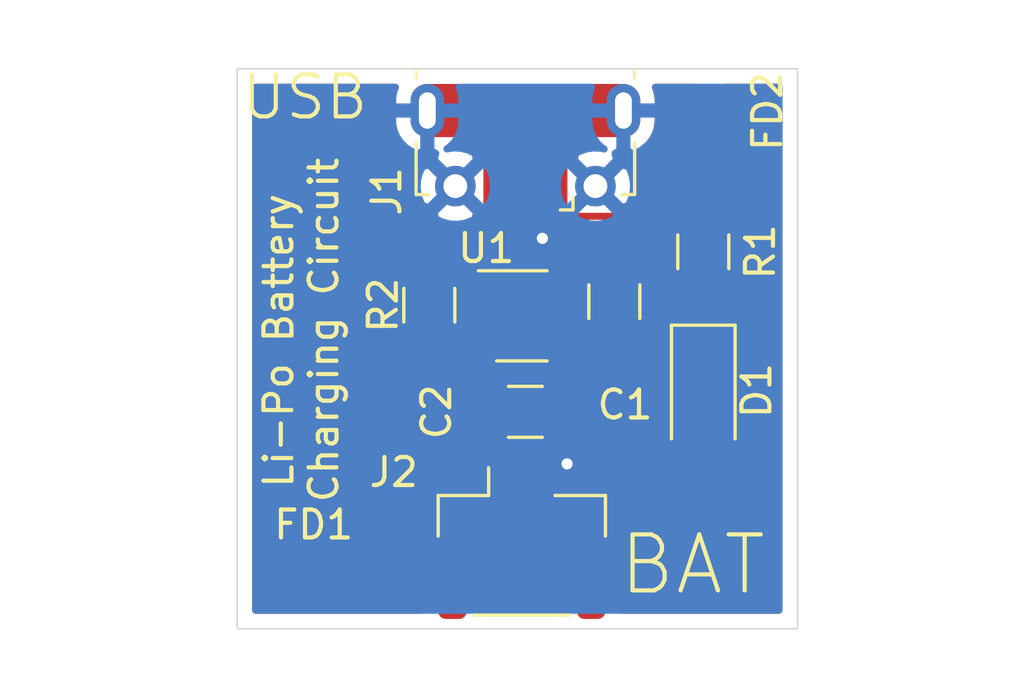
<source format=kicad_pcb>
(kicad_pcb (version 20171130) (host pcbnew "(5.1.5)-3")

  (general
    (thickness 1.6)
    (drawings 7)
    (tracks 66)
    (zones 0)
    (modules 10)
    (nets 10)
  )

  (page A4)
  (layers
    (0 F.Cu signal)
    (31 B.Cu signal)
    (32 B.Adhes user)
    (33 F.Adhes user)
    (34 B.Paste user)
    (35 F.Paste user)
    (36 B.SilkS user)
    (37 F.SilkS user)
    (38 B.Mask user)
    (39 F.Mask user)
    (40 Dwgs.User user)
    (41 Cmts.User user)
    (42 Eco1.User user)
    (43 Eco2.User user)
    (44 Edge.Cuts user)
    (45 Margin user)
    (46 B.CrtYd user)
    (47 F.CrtYd user)
    (48 B.Fab user)
    (49 F.Fab user)
  )

  (setup
    (last_trace_width 0.25)
    (trace_clearance 0.2)
    (zone_clearance 0.508)
    (zone_45_only no)
    (trace_min 0.2)
    (via_size 0.8)
    (via_drill 0.4)
    (via_min_size 0.4)
    (via_min_drill 0.3)
    (uvia_size 0.3)
    (uvia_drill 0.1)
    (uvias_allowed no)
    (uvia_min_size 0.2)
    (uvia_min_drill 0.1)
    (edge_width 0.05)
    (segment_width 0.2)
    (pcb_text_width 0.3)
    (pcb_text_size 1.5 1.5)
    (mod_edge_width 0.12)
    (mod_text_size 1 1)
    (mod_text_width 0.15)
    (pad_size 1.524 1.524)
    (pad_drill 0.762)
    (pad_to_mask_clearance 0.051)
    (solder_mask_min_width 0.25)
    (aux_axis_origin 81.407 79.248)
    (grid_origin 65.151 97.917)
    (visible_elements 7FFFFFFF)
    (pcbplotparams
      (layerselection 0x010fc_ffffffff)
      (usegerberextensions false)
      (usegerberattributes false)
      (usegerberadvancedattributes false)
      (creategerberjobfile false)
      (excludeedgelayer true)
      (linewidth 0.100000)
      (plotframeref false)
      (viasonmask false)
      (mode 1)
      (useauxorigin false)
      (hpglpennumber 1)
      (hpglpenspeed 20)
      (hpglpendiameter 15.000000)
      (psnegative false)
      (psa4output false)
      (plotreference true)
      (plotvalue true)
      (plotinvisibletext false)
      (padsonsilk false)
      (subtractmaskfromsilk false)
      (outputformat 1)
      (mirror false)
      (drillshape 0)
      (scaleselection 1)
      (outputdirectory ""))
  )

  (net 0 "")
  (net 1 GND)
  (net 2 VBUS)
  (net 3 V_BATT)
  (net 4 "Net-(D1-Pad1)")
  (net 5 "Net-(J1-Pad3)")
  (net 6 "Net-(J1-Pad4)")
  (net 7 "Net-(J1-Pad2)")
  (net 8 "Net-(R2-Pad1)")
  (net 9 /STAT)

  (net_class Default "This is the default net class."
    (clearance 0.2)
    (trace_width 0.25)
    (via_dia 0.8)
    (via_drill 0.4)
    (uvia_dia 0.3)
    (uvia_drill 0.1)
    (add_net /STAT)
    (add_net GND)
    (add_net "Net-(D1-Pad1)")
    (add_net "Net-(J1-Pad2)")
    (add_net "Net-(J1-Pad3)")
    (add_net "Net-(J1-Pad4)")
    (add_net "Net-(R2-Pad1)")
    (add_net VBUS)
    (add_net V_BATT)
  )

  (module Fiducial:Fiducial_0.75mm_Mask1.5mm (layer F.Cu) (tedit 5C18CB26) (tstamp 5F8CB339)
    (at 67.8815 96.2025)
    (descr "Circular Fiducial, 0.75mm bare copper, 1.5mm soldermask opening (Level B)")
    (tags fiducial)
    (attr smd)
    (fp_text reference FD1 (at 0 -2) (layer F.SilkS)
      (effects (font (size 1 1) (thickness 0.15)))
    )
    (fp_text value Fiducial_0.75mm_Mask1.5mm (at 0 2) (layer F.Fab)
      (effects (font (size 1 1) (thickness 0.15)))
    )
    (fp_circle (center 0 0) (end 0.75 0) (layer F.Fab) (width 0.1))
    (fp_text user %R (at 0 0) (layer F.Fab)
      (effects (font (size 0.3 0.3) (thickness 0.05)))
    )
    (fp_circle (center 0 0) (end 1 0) (layer F.CrtYd) (width 0.05))
    (pad "" smd circle (at 0 0) (size 0.75 0.75) (layers F.Cu F.Mask)
      (solder_mask_margin 0.375) (clearance 0.375))
  )

  (module Fiducial:Fiducial_0.75mm_Mask1.5mm (layer F.Cu) (tedit 5C18CB26) (tstamp 5F8CB325)
    (at 82.042 79.4385)
    (descr "Circular Fiducial, 0.75mm bare copper, 1.5mm soldermask opening (Level B)")
    (tags fiducial)
    (attr smd)
    (fp_text reference FD2 (at 2.032 0 90) (layer F.SilkS)
      (effects (font (size 1 1) (thickness 0.15)))
    )
    (fp_text value Fiducial_0.75mm_Mask1.5mm (at 0 2) (layer F.Fab)
      (effects (font (size 1 1) (thickness 0.15)))
    )
    (fp_circle (center 0 0) (end 1 0) (layer F.CrtYd) (width 0.05))
    (fp_text user %R (at 0 0) (layer F.Fab)
      (effects (font (size 0.3 0.3) (thickness 0.05)))
    )
    (fp_circle (center 0 0) (end 0.75 0) (layer F.Fab) (width 0.1))
    (pad "" smd circle (at 0 0) (size 0.75 0.75) (layers F.Cu F.Mask)
      (solder_mask_margin 0.375) (clearance 0.375))
  )

  (module Connector_USB:USB_Micro-B_Molex-105017-0001 (layer F.Cu) (tedit 5A1DC0BE) (tstamp 5F4B9AC4)
    (at 75.438 80.645 180)
    (descr http://www.molex.com/pdm_docs/sd/1050170001_sd.pdf)
    (tags "Micro-USB SMD Typ-B")
    (path /5F4BA14B)
    (attr smd)
    (fp_text reference J1 (at 4.953 -1.651 90) (layer F.SilkS)
      (effects (font (size 1 1) (thickness 0.15)))
    )
    (fp_text value USB_B_Micro (at 0.3 4.3375) (layer F.Fab)
      (effects (font (size 1 1) (thickness 0.15)))
    )
    (fp_line (start -1.1 -2.1225) (end -1.1 -1.9125) (layer F.Fab) (width 0.1))
    (fp_line (start -1.5 -2.1225) (end -1.5 -1.9125) (layer F.Fab) (width 0.1))
    (fp_line (start -1.5 -2.1225) (end -1.1 -2.1225) (layer F.Fab) (width 0.1))
    (fp_line (start -1.1 -1.9125) (end -1.3 -1.7125) (layer F.Fab) (width 0.1))
    (fp_line (start -1.3 -1.7125) (end -1.5 -1.9125) (layer F.Fab) (width 0.1))
    (fp_line (start -1.7 -2.3125) (end -1.7 -1.8625) (layer F.SilkS) (width 0.12))
    (fp_line (start -1.7 -2.3125) (end -1.25 -2.3125) (layer F.SilkS) (width 0.12))
    (fp_line (start 3.9 -1.7625) (end 3.45 -1.7625) (layer F.SilkS) (width 0.12))
    (fp_line (start 3.9 0.0875) (end 3.9 -1.7625) (layer F.SilkS) (width 0.12))
    (fp_line (start -3.9 2.6375) (end -3.9 2.3875) (layer F.SilkS) (width 0.12))
    (fp_line (start -3.75 3.3875) (end -3.75 -1.6125) (layer F.Fab) (width 0.1))
    (fp_line (start -3.75 -1.6125) (end 3.75 -1.6125) (layer F.Fab) (width 0.1))
    (fp_line (start -3.75 3.389204) (end 3.75 3.389204) (layer F.Fab) (width 0.1))
    (fp_line (start -3 2.689204) (end 3 2.689204) (layer F.Fab) (width 0.1))
    (fp_line (start 3.75 3.3875) (end 3.75 -1.6125) (layer F.Fab) (width 0.1))
    (fp_line (start 3.9 2.6375) (end 3.9 2.3875) (layer F.SilkS) (width 0.12))
    (fp_line (start -3.9 0.0875) (end -3.9 -1.7625) (layer F.SilkS) (width 0.12))
    (fp_line (start -3.9 -1.7625) (end -3.45 -1.7625) (layer F.SilkS) (width 0.12))
    (fp_line (start -4.4 3.64) (end -4.4 -2.46) (layer F.CrtYd) (width 0.05))
    (fp_line (start -4.4 -2.46) (end 4.4 -2.46) (layer F.CrtYd) (width 0.05))
    (fp_line (start 4.4 -2.46) (end 4.4 3.64) (layer F.CrtYd) (width 0.05))
    (fp_line (start -4.4 3.64) (end 4.4 3.64) (layer F.CrtYd) (width 0.05))
    (fp_text user %R (at 0 0.8875) (layer F.Fab)
      (effects (font (size 1 1) (thickness 0.15)))
    )
    (fp_text user "PCB Edge" (at 0 2.6875) (layer Dwgs.User)
      (effects (font (size 0.5 0.5) (thickness 0.08)))
    )
    (pad 6 smd rect (at -2.9 1.2375 180) (size 1.2 1.9) (layers F.Cu F.Mask)
      (net 1 GND))
    (pad 6 smd rect (at 2.9 1.2375 180) (size 1.2 1.9) (layers F.Cu F.Mask)
      (net 1 GND))
    (pad 6 thru_hole oval (at 3.5 1.2375 180) (size 1.2 1.9) (drill oval 0.6 1.3) (layers *.Cu *.Mask)
      (net 1 GND))
    (pad 6 thru_hole oval (at -3.5 1.2375) (size 1.2 1.9) (drill oval 0.6 1.3) (layers *.Cu *.Mask)
      (net 1 GND))
    (pad 6 smd rect (at -1 1.2375 180) (size 1.5 1.9) (layers F.Cu F.Paste F.Mask)
      (net 1 GND))
    (pad 6 thru_hole circle (at 2.5 -1.4625 180) (size 1.45 1.45) (drill 0.85) (layers *.Cu *.Mask)
      (net 1 GND))
    (pad 3 smd rect (at 0 -1.4625 180) (size 0.4 1.35) (layers F.Cu F.Paste F.Mask)
      (net 5 "Net-(J1-Pad3)"))
    (pad 4 smd rect (at 0.65 -1.4625 180) (size 0.4 1.35) (layers F.Cu F.Paste F.Mask)
      (net 6 "Net-(J1-Pad4)"))
    (pad 5 smd rect (at 1.3 -1.4625 180) (size 0.4 1.35) (layers F.Cu F.Paste F.Mask)
      (net 1 GND))
    (pad 1 smd rect (at -1.3 -1.4625 180) (size 0.4 1.35) (layers F.Cu F.Paste F.Mask)
      (net 2 VBUS))
    (pad 2 smd rect (at -0.65 -1.4625 180) (size 0.4 1.35) (layers F.Cu F.Paste F.Mask)
      (net 7 "Net-(J1-Pad2)"))
    (pad 6 thru_hole circle (at -2.5 -1.4625 180) (size 1.45 1.45) (drill 0.85) (layers *.Cu *.Mask)
      (net 1 GND))
    (pad 6 smd rect (at 1 1.2375 180) (size 1.5 1.9) (layers F.Cu F.Paste F.Mask)
      (net 1 GND))
    (model ${KISYS3DMOD}/Connector_USB.3dshapes/USB_Micro-B_Molex-105017-0001.wrl
      (at (xyz 0 0 0))
      (scale (xyz 1 1 1))
      (rotate (xyz 0 0 0))
    )
    (model "D:/KiCad/Step Files/USB/1050170001.stp"
      (offset (xyz 0 -1 1.5))
      (scale (xyz 1 1 1))
      (rotate (xyz -90 0 0))
    )
  )

  (module Package_TO_SOT_SMD:SOT-23-5 (layer F.Cu) (tedit 5A02FF57) (tstamp 5F4B9B14)
    (at 75.311 86.741)
    (descr "5-pin SOT23 package")
    (tags SOT-23-5)
    (path /5F4B81DE)
    (attr smd)
    (fp_text reference U1 (at -1.27 -2.413) (layer F.SilkS)
      (effects (font (size 1 1) (thickness 0.15)))
    )
    (fp_text value MCP73831-2-OT (at 0 2.9) (layer F.Fab)
      (effects (font (size 1 1) (thickness 0.15)))
    )
    (fp_line (start 0.9 -1.55) (end 0.9 1.55) (layer F.Fab) (width 0.1))
    (fp_line (start 0.9 1.55) (end -0.9 1.55) (layer F.Fab) (width 0.1))
    (fp_line (start -0.9 -0.9) (end -0.9 1.55) (layer F.Fab) (width 0.1))
    (fp_line (start 0.9 -1.55) (end -0.25 -1.55) (layer F.Fab) (width 0.1))
    (fp_line (start -0.9 -0.9) (end -0.25 -1.55) (layer F.Fab) (width 0.1))
    (fp_line (start -1.9 1.8) (end -1.9 -1.8) (layer F.CrtYd) (width 0.05))
    (fp_line (start 1.9 1.8) (end -1.9 1.8) (layer F.CrtYd) (width 0.05))
    (fp_line (start 1.9 -1.8) (end 1.9 1.8) (layer F.CrtYd) (width 0.05))
    (fp_line (start -1.9 -1.8) (end 1.9 -1.8) (layer F.CrtYd) (width 0.05))
    (fp_line (start 0.9 -1.61) (end -1.55 -1.61) (layer F.SilkS) (width 0.12))
    (fp_line (start -0.9 1.61) (end 0.9 1.61) (layer F.SilkS) (width 0.12))
    (fp_text user %R (at 0 0 90) (layer F.Fab)
      (effects (font (size 0.5 0.5) (thickness 0.075)))
    )
    (pad 5 smd rect (at 1.1 -0.95) (size 1.06 0.65) (layers F.Cu F.Paste F.Mask)
      (net 8 "Net-(R2-Pad1)"))
    (pad 4 smd rect (at 1.1 0.95) (size 1.06 0.65) (layers F.Cu F.Paste F.Mask)
      (net 2 VBUS))
    (pad 3 smd rect (at -1.1 0.95) (size 1.06 0.65) (layers F.Cu F.Paste F.Mask)
      (net 3 V_BATT))
    (pad 2 smd rect (at -1.1 0) (size 1.06 0.65) (layers F.Cu F.Paste F.Mask)
      (net 1 GND))
    (pad 1 smd rect (at -1.1 -0.95) (size 1.06 0.65) (layers F.Cu F.Paste F.Mask)
      (net 9 /STAT))
    (model ${KISYS3DMOD}/Package_TO_SOT_SMD.3dshapes/SOT-23-5.wrl
      (at (xyz 0 0 0))
      (scale (xyz 1 1 1))
      (rotate (xyz 0 0 0))
    )
  )

  (module Resistor_SMD:R_1206_3216Metric_Pad1.42x1.75mm_HandSolder (layer F.Cu) (tedit 5B301BBD) (tstamp 5F4B9AFF)
    (at 72.009 86.36 270)
    (descr "Resistor SMD 1206 (3216 Metric), square (rectangular) end terminal, IPC_7351 nominal with elongated pad for handsoldering. (Body size source: http://www.tortai-tech.com/upload/download/2011102023233369053.pdf), generated with kicad-footprint-generator")
    (tags "resistor handsolder")
    (path /5F4CC183)
    (attr smd)
    (fp_text reference R2 (at 0 1.651 90) (layer F.SilkS)
      (effects (font (size 1 1) (thickness 0.15)))
    )
    (fp_text value 2k (at 0 1.82 90) (layer F.Fab)
      (effects (font (size 1 1) (thickness 0.15)))
    )
    (fp_text user %R (at 0 0 90) (layer F.Fab)
      (effects (font (size 0.8 0.8) (thickness 0.12)))
    )
    (fp_line (start 2.45 1.12) (end -2.45 1.12) (layer F.CrtYd) (width 0.05))
    (fp_line (start 2.45 -1.12) (end 2.45 1.12) (layer F.CrtYd) (width 0.05))
    (fp_line (start -2.45 -1.12) (end 2.45 -1.12) (layer F.CrtYd) (width 0.05))
    (fp_line (start -2.45 1.12) (end -2.45 -1.12) (layer F.CrtYd) (width 0.05))
    (fp_line (start -0.602064 0.91) (end 0.602064 0.91) (layer F.SilkS) (width 0.12))
    (fp_line (start -0.602064 -0.91) (end 0.602064 -0.91) (layer F.SilkS) (width 0.12))
    (fp_line (start 1.6 0.8) (end -1.6 0.8) (layer F.Fab) (width 0.1))
    (fp_line (start 1.6 -0.8) (end 1.6 0.8) (layer F.Fab) (width 0.1))
    (fp_line (start -1.6 -0.8) (end 1.6 -0.8) (layer F.Fab) (width 0.1))
    (fp_line (start -1.6 0.8) (end -1.6 -0.8) (layer F.Fab) (width 0.1))
    (pad 2 smd roundrect (at 1.4875 0 270) (size 1.425 1.75) (layers F.Cu F.Paste F.Mask) (roundrect_rratio 0.175439)
      (net 1 GND))
    (pad 1 smd roundrect (at -1.4875 0 270) (size 1.425 1.75) (layers F.Cu F.Paste F.Mask) (roundrect_rratio 0.175439)
      (net 8 "Net-(R2-Pad1)"))
    (model ${KISYS3DMOD}/Resistor_SMD.3dshapes/R_1206_3216Metric.wrl
      (at (xyz 0 0 0))
      (scale (xyz 1 1 1))
      (rotate (xyz 0 0 0))
    )
  )

  (module Resistor_SMD:R_1206_3216Metric_Pad1.42x1.75mm_HandSolder (layer F.Cu) (tedit 5B301BBD) (tstamp 5F4B9AEE)
    (at 81.788 84.455 90)
    (descr "Resistor SMD 1206 (3216 Metric), square (rectangular) end terminal, IPC_7351 nominal with elongated pad for handsoldering. (Body size source: http://www.tortai-tech.com/upload/download/2011102023233369053.pdf), generated with kicad-footprint-generator")
    (tags "resistor handsolder")
    (path /5F4C5DA8)
    (attr smd)
    (fp_text reference R1 (at 0 2.032 90) (layer F.SilkS)
      (effects (font (size 1 1) (thickness 0.15)))
    )
    (fp_text value 470R (at 0 1.82 90) (layer F.Fab)
      (effects (font (size 1 1) (thickness 0.15)))
    )
    (fp_text user %R (at 0 0 90) (layer F.Fab)
      (effects (font (size 0.8 0.8) (thickness 0.12)))
    )
    (fp_line (start 2.45 1.12) (end -2.45 1.12) (layer F.CrtYd) (width 0.05))
    (fp_line (start 2.45 -1.12) (end 2.45 1.12) (layer F.CrtYd) (width 0.05))
    (fp_line (start -2.45 -1.12) (end 2.45 -1.12) (layer F.CrtYd) (width 0.05))
    (fp_line (start -2.45 1.12) (end -2.45 -1.12) (layer F.CrtYd) (width 0.05))
    (fp_line (start -0.602064 0.91) (end 0.602064 0.91) (layer F.SilkS) (width 0.12))
    (fp_line (start -0.602064 -0.91) (end 0.602064 -0.91) (layer F.SilkS) (width 0.12))
    (fp_line (start 1.6 0.8) (end -1.6 0.8) (layer F.Fab) (width 0.1))
    (fp_line (start 1.6 -0.8) (end 1.6 0.8) (layer F.Fab) (width 0.1))
    (fp_line (start -1.6 -0.8) (end 1.6 -0.8) (layer F.Fab) (width 0.1))
    (fp_line (start -1.6 0.8) (end -1.6 -0.8) (layer F.Fab) (width 0.1))
    (pad 2 smd roundrect (at 1.4875 0 90) (size 1.425 1.75) (layers F.Cu F.Paste F.Mask) (roundrect_rratio 0.175439)
      (net 9 /STAT))
    (pad 1 smd roundrect (at -1.4875 0 90) (size 1.425 1.75) (layers F.Cu F.Paste F.Mask) (roundrect_rratio 0.175439)
      (net 4 "Net-(D1-Pad1)"))
    (model ${KISYS3DMOD}/Resistor_SMD.3dshapes/R_1206_3216Metric.wrl
      (at (xyz 0 0 0))
      (scale (xyz 1 1 1))
      (rotate (xyz 0 0 0))
    )
  )

  (module Connector_JST:JST_GH_SM02B-GHS-TB_1x02-1MP_P1.25mm_Horizontal (layer F.Cu) (tedit 5B78AD87) (tstamp 5F4B9ADD)
    (at 75.311 94.869)
    (descr "JST GH series connector, SM02B-GHS-TB (http://www.jst-mfg.com/product/pdf/eng/eGH.pdf), generated with kicad-footprint-generator")
    (tags "connector JST GH top entry")
    (path /5F4BC18D)
    (attr smd)
    (fp_text reference J2 (at -4.572 -2.54) (layer F.SilkS)
      (effects (font (size 1 1) (thickness 0.15)))
    )
    (fp_text value Conn_01x02 (at 0 3.9) (layer F.Fab)
      (effects (font (size 1 1) (thickness 0.15)))
    )
    (fp_text user %R (at 0 0) (layer F.Fab)
      (effects (font (size 1 1) (thickness 0.15)))
    )
    (fp_line (start -0.625 -0.892893) (end -0.125 -1.6) (layer F.Fab) (width 0.1))
    (fp_line (start -1.125 -1.6) (end -0.625 -0.892893) (layer F.Fab) (width 0.1))
    (fp_line (start 3.48 -3.2) (end -3.48 -3.2) (layer F.CrtYd) (width 0.05))
    (fp_line (start 3.48 3.2) (end 3.48 -3.2) (layer F.CrtYd) (width 0.05))
    (fp_line (start -3.48 3.2) (end 3.48 3.2) (layer F.CrtYd) (width 0.05))
    (fp_line (start -3.48 -3.2) (end -3.48 3.2) (layer F.CrtYd) (width 0.05))
    (fp_line (start 2.875 -1.6) (end 2.875 2.45) (layer F.Fab) (width 0.1))
    (fp_line (start -2.875 -1.6) (end -2.875 2.45) (layer F.Fab) (width 0.1))
    (fp_line (start -2.875 2.45) (end 2.875 2.45) (layer F.Fab) (width 0.1))
    (fp_line (start -1.715 2.56) (end 1.715 2.56) (layer F.SilkS) (width 0.12))
    (fp_line (start 2.985 -1.71) (end 1.185 -1.71) (layer F.SilkS) (width 0.12))
    (fp_line (start 2.985 -0.26) (end 2.985 -1.71) (layer F.SilkS) (width 0.12))
    (fp_line (start -1.185 -1.71) (end -1.185 -2.7) (layer F.SilkS) (width 0.12))
    (fp_line (start -2.985 -1.71) (end -1.185 -1.71) (layer F.SilkS) (width 0.12))
    (fp_line (start -2.985 -0.26) (end -2.985 -1.71) (layer F.SilkS) (width 0.12))
    (fp_line (start -2.875 -1.6) (end 2.875 -1.6) (layer F.Fab) (width 0.1))
    (pad MP smd roundrect (at 2.475 1.35) (size 1 2.7) (layers F.Cu F.Paste F.Mask) (roundrect_rratio 0.25))
    (pad MP smd roundrect (at -2.475 1.35) (size 1 2.7) (layers F.Cu F.Paste F.Mask) (roundrect_rratio 0.25))
    (pad 2 smd roundrect (at 0.625 -1.85) (size 0.6 1.7) (layers F.Cu F.Paste F.Mask) (roundrect_rratio 0.25)
      (net 1 GND))
    (pad 1 smd roundrect (at -0.625 -1.85) (size 0.6 1.7) (layers F.Cu F.Paste F.Mask) (roundrect_rratio 0.25)
      (net 3 V_BATT))
    (model ${KISYS3DMOD}/Connector_JST.3dshapes/JST_GH_SM02B-GHS-TB_1x02-1MP_P1.25mm_Horizontal.wrl
      (at (xyz 0 0 0))
      (scale (xyz 1 1 1))
      (rotate (xyz 0 0 0))
    )
  )

  (module LED_SMD:LED_1206_3216Metric_Pad1.42x1.75mm_HandSolder (layer F.Cu) (tedit 5B4B45C9) (tstamp 5F4B9A9B)
    (at 81.788 89.535 270)
    (descr "LED SMD 1206 (3216 Metric), square (rectangular) end terminal, IPC_7351 nominal, (Body size source: http://www.tortai-tech.com/upload/download/2011102023233369053.pdf), generated with kicad-footprint-generator")
    (tags "LED handsolder")
    (path /5F4C406E)
    (attr smd)
    (fp_text reference D1 (at -0.127 -1.905 90) (layer F.SilkS)
      (effects (font (size 1 1) (thickness 0.15)))
    )
    (fp_text value LED (at 0 1.82 90) (layer F.Fab)
      (effects (font (size 1 1) (thickness 0.15)))
    )
    (fp_text user %R (at 0 0 90) (layer F.Fab)
      (effects (font (size 0.8 0.8) (thickness 0.12)))
    )
    (fp_line (start 2.45 1.12) (end -2.45 1.12) (layer F.CrtYd) (width 0.05))
    (fp_line (start 2.45 -1.12) (end 2.45 1.12) (layer F.CrtYd) (width 0.05))
    (fp_line (start -2.45 -1.12) (end 2.45 -1.12) (layer F.CrtYd) (width 0.05))
    (fp_line (start -2.45 1.12) (end -2.45 -1.12) (layer F.CrtYd) (width 0.05))
    (fp_line (start -2.46 1.135) (end 1.6 1.135) (layer F.SilkS) (width 0.12))
    (fp_line (start -2.46 -1.135) (end -2.46 1.135) (layer F.SilkS) (width 0.12))
    (fp_line (start 1.6 -1.135) (end -2.46 -1.135) (layer F.SilkS) (width 0.12))
    (fp_line (start 1.6 0.8) (end 1.6 -0.8) (layer F.Fab) (width 0.1))
    (fp_line (start -1.6 0.8) (end 1.6 0.8) (layer F.Fab) (width 0.1))
    (fp_line (start -1.6 -0.4) (end -1.6 0.8) (layer F.Fab) (width 0.1))
    (fp_line (start -1.2 -0.8) (end -1.6 -0.4) (layer F.Fab) (width 0.1))
    (fp_line (start 1.6 -0.8) (end -1.2 -0.8) (layer F.Fab) (width 0.1))
    (pad 2 smd roundrect (at 1.4875 0 270) (size 1.425 1.75) (layers F.Cu F.Paste F.Mask) (roundrect_rratio 0.175439)
      (net 2 VBUS))
    (pad 1 smd roundrect (at -1.4875 0 270) (size 1.425 1.75) (layers F.Cu F.Paste F.Mask) (roundrect_rratio 0.175439)
      (net 4 "Net-(D1-Pad1)"))
    (model ${KISYS3DMOD}/LED_SMD.3dshapes/LED_1206_3216Metric.wrl
      (at (xyz 0 0 0))
      (scale (xyz 1 1 1))
      (rotate (xyz 0 0 0))
    )
  )

  (module Capacitor_SMD:C_1206_3216Metric_Pad1.42x1.75mm_HandSolder (layer F.Cu) (tedit 5B301BBE) (tstamp 5F4B9A88)
    (at 75.438 90.17)
    (descr "Capacitor SMD 1206 (3216 Metric), square (rectangular) end terminal, IPC_7351 nominal with elongated pad for handsoldering. (Body size source: http://www.tortai-tech.com/upload/download/2011102023233369053.pdf), generated with kicad-footprint-generator")
    (tags "capacitor handsolder")
    (path /5F4D58CF)
    (attr smd)
    (fp_text reference C2 (at -3.175 0 270) (layer F.SilkS)
      (effects (font (size 1 1) (thickness 0.15)))
    )
    (fp_text value 4.7uF (at 0 1.82) (layer F.Fab)
      (effects (font (size 1 1) (thickness 0.15)))
    )
    (fp_text user %R (at 0 0.127) (layer F.Fab)
      (effects (font (size 0.8 0.8) (thickness 0.12)))
    )
    (fp_line (start 2.45 1.12) (end -2.45 1.12) (layer F.CrtYd) (width 0.05))
    (fp_line (start 2.45 -1.12) (end 2.45 1.12) (layer F.CrtYd) (width 0.05))
    (fp_line (start -2.45 -1.12) (end 2.45 -1.12) (layer F.CrtYd) (width 0.05))
    (fp_line (start -2.45 1.12) (end -2.45 -1.12) (layer F.CrtYd) (width 0.05))
    (fp_line (start -0.602064 0.91) (end 0.602064 0.91) (layer F.SilkS) (width 0.12))
    (fp_line (start -0.602064 -0.91) (end 0.602064 -0.91) (layer F.SilkS) (width 0.12))
    (fp_line (start 1.6 0.8) (end -1.6 0.8) (layer F.Fab) (width 0.1))
    (fp_line (start 1.6 -0.8) (end 1.6 0.8) (layer F.Fab) (width 0.1))
    (fp_line (start -1.6 -0.8) (end 1.6 -0.8) (layer F.Fab) (width 0.1))
    (fp_line (start -1.6 0.8) (end -1.6 -0.8) (layer F.Fab) (width 0.1))
    (pad 2 smd roundrect (at 1.4875 0) (size 1.425 1.75) (layers F.Cu F.Paste F.Mask) (roundrect_rratio 0.175439)
      (net 1 GND))
    (pad 1 smd roundrect (at -1.4875 0) (size 1.425 1.75) (layers F.Cu F.Paste F.Mask) (roundrect_rratio 0.175439)
      (net 3 V_BATT))
    (model ${KISYS3DMOD}/Capacitor_SMD.3dshapes/C_1206_3216Metric.wrl
      (at (xyz 0 0 0))
      (scale (xyz 1 1 1))
      (rotate (xyz 0 0 0))
    )
  )

  (module Capacitor_SMD:C_1206_3216Metric_Pad1.42x1.75mm_HandSolder (layer F.Cu) (tedit 5B301BBE) (tstamp 5F4B9A77)
    (at 78.613 86.233 90)
    (descr "Capacitor SMD 1206 (3216 Metric), square (rectangular) end terminal, IPC_7351 nominal with elongated pad for handsoldering. (Body size source: http://www.tortai-tech.com/upload/download/2011102023233369053.pdf), generated with kicad-footprint-generator")
    (tags "capacitor handsolder")
    (path /5F4CE5CB)
    (attr smd)
    (fp_text reference C1 (at -3.683 0.381 180) (layer F.SilkS)
      (effects (font (size 1 1) (thickness 0.15)))
    )
    (fp_text value 4.7uF (at 0 1.82 90) (layer F.Fab)
      (effects (font (size 1 1) (thickness 0.15)))
    )
    (fp_text user %R (at 0.127 0.254 90) (layer F.Fab)
      (effects (font (size 0.8 0.8) (thickness 0.12)))
    )
    (fp_line (start 2.45 1.12) (end -2.45 1.12) (layer F.CrtYd) (width 0.05))
    (fp_line (start 2.45 -1.12) (end 2.45 1.12) (layer F.CrtYd) (width 0.05))
    (fp_line (start -2.45 -1.12) (end 2.45 -1.12) (layer F.CrtYd) (width 0.05))
    (fp_line (start -2.45 1.12) (end -2.45 -1.12) (layer F.CrtYd) (width 0.05))
    (fp_line (start -0.602064 0.91) (end 0.602064 0.91) (layer F.SilkS) (width 0.12))
    (fp_line (start -0.602064 -0.91) (end 0.602064 -0.91) (layer F.SilkS) (width 0.12))
    (fp_line (start 1.6 0.8) (end -1.6 0.8) (layer F.Fab) (width 0.1))
    (fp_line (start 1.6 -0.8) (end 1.6 0.8) (layer F.Fab) (width 0.1))
    (fp_line (start -1.6 -0.8) (end 1.6 -0.8) (layer F.Fab) (width 0.1))
    (fp_line (start -1.6 0.8) (end -1.6 -0.8) (layer F.Fab) (width 0.1))
    (pad 2 smd roundrect (at 1.4875 0 90) (size 1.425 1.75) (layers F.Cu F.Paste F.Mask) (roundrect_rratio 0.175439)
      (net 1 GND))
    (pad 1 smd roundrect (at -1.4875 0 90) (size 1.425 1.75) (layers F.Cu F.Paste F.Mask) (roundrect_rratio 0.175439)
      (net 2 VBUS))
    (model ${KISYS3DMOD}/Capacitor_SMD.3dshapes/C_1206_3216Metric.wrl
      (at (xyz 0 0 0))
      (scale (xyz 1 1 1))
      (rotate (xyz 0 0 0))
    )
  )

  (gr_text "Li-Po Battery \nCharging Circuit" (at 67.437 87.249 90) (layer F.SilkS) (tstamp 5F4BA6A8)
    (effects (font (size 1 1) (thickness 0.15)))
  )
  (gr_text USB (at 67.564 78.9305) (layer F.SilkS) (tstamp 5F4BA6A8)
    (effects (font (size 1.5 1.5) (thickness 0.15)))
  )
  (gr_text BAT (at 81.407 95.631) (layer F.SilkS)
    (effects (font (size 2 2) (thickness 0.15)))
  )
  (gr_line (start 65.151 77.917) (end 85.151 77.917) (layer Edge.Cuts) (width 0.05) (tstamp 5F4B9BD0))
  (gr_line (start 85.151 97.917) (end 85.151 77.917) (layer Edge.Cuts) (width 0.05) (tstamp 5F4B9BCC))
  (gr_line (start 65.151 97.917) (end 85.151 97.917) (layer Edge.Cuts) (width 0.05) (tstamp 5F4B9BC2))
  (gr_line (start 65.151 97.917) (end 65.151 77.917) (layer Edge.Cuts) (width 0.05))

  (segment (start 76.9255 92.0295) (end 76.9255 92.0295) (width 0.25) (layer F.Cu) (net 1))
  (segment (start 76.9255 92.0295) (end 76.9255 90.17) (width 0.25) (layer F.Cu) (net 1) (tstamp 5F4BAB1C))
  (via (at 76.9255 92.0295) (size 0.8) (drill 0.4) (layers F.Cu B.Cu) (net 1) (status 1000000))
  (segment (start 73.431 86.741) (end 74.211 86.741) (width 0.25) (layer F.Cu) (net 1))
  (segment (start 72.136 86.741) (end 72.136 86.741) (width 0.25) (layer F.Cu) (net 1))
  (segment (start 71.882 87.5935) (end 71.882 86.995) (width 0.25) (layer F.Cu) (net 1))
  (segment (start 71.882 86.995) (end 72.136 86.741) (width 0.25) (layer F.Cu) (net 1))
  (segment (start 72.136 86.741) (end 73.431 86.741) (width 0.25) (layer F.Cu) (net 1) (tstamp 5F4BABDB))
  (segment (start 72.538 79.4075) (end 78.938 79.4075) (width 0.25) (layer F.Cu) (net 1))
  (segment (start 71.938 81.1075) (end 71.938 79.4075) (width 0.25) (layer F.Cu) (net 1))
  (segment (start 72.938 82.1075) (end 71.938 81.1075) (width 0.25) (layer F.Cu) (net 1))
  (segment (start 69.8175 79.4075) (end 71.938 79.4075) (width 0.25) (layer F.Cu) (net 1))
  (segment (start 69.596 79.629) (end 69.8175 79.4075) (width 0.25) (layer F.Cu) (net 1))
  (segment (start 69.596 87.63) (end 69.596 79.629) (width 0.25) (layer F.Cu) (net 1))
  (segment (start 72.009 87.8475) (end 69.8135 87.8475) (width 0.25) (layer F.Cu) (net 1))
  (segment (start 69.8135 87.8475) (end 69.596 87.63) (width 0.25) (layer F.Cu) (net 1))
  (segment (start 78.938 80.701) (end 78.938 79.4075) (width 0.25) (layer F.Cu) (net 1))
  (segment (start 77.938 82.1075) (end 78.938 81.1075) (width 0.25) (layer F.Cu) (net 1))
  (segment (start 78.938 81.1075) (end 78.938 80.701) (width 0.25) (layer F.Cu) (net 1))
  (via (at 76.045841 83.974153) (size 0.8) (drill 0.4) (layers F.Cu B.Cu) (net 1))
  (segment (start 75.480156 83.974153) (end 76.045841 83.974153) (width 0.25) (layer F.Cu) (net 1))
  (segment (start 75.079653 83.974153) (end 75.480156 83.974153) (width 0.25) (layer F.Cu) (net 1))
  (segment (start 74.138 83.0325) (end 75.079653 83.974153) (width 0.25) (layer F.Cu) (net 1))
  (segment (start 74.138 82.1075) (end 74.138 83.0325) (width 0.25) (layer F.Cu) (net 1))
  (segment (start 76.045853 83.974153) (end 76.045841 83.974153) (width 0.25) (layer F.Cu) (net 1))
  (segment (start 76.862153 83.974153) (end 76.045853 83.974153) (width 0.25) (layer F.Cu) (net 1))
  (segment (start 78.613 84.7455) (end 77.6335 84.7455) (width 0.25) (layer F.Cu) (net 1))
  (segment (start 77.6335 84.7455) (end 76.862153 83.974153) (width 0.25) (layer F.Cu) (net 1))
  (segment (start 76.9255 92.6195) (end 76.9255 92.0295) (width 0.25) (layer F.Cu) (net 1))
  (segment (start 75.936 93.019) (end 76.526 93.019) (width 0.25) (layer F.Cu) (net 1))
  (segment (start 76.526 93.019) (end 76.9255 92.6195) (width 0.25) (layer F.Cu) (net 1))
  (segment (start 78.5835 87.691) (end 78.613 87.7205) (width 0.25) (layer F.Cu) (net 2))
  (segment (start 76.411 87.691) (end 78.5835 87.691) (width 0.25) (layer F.Cu) (net 2))
  (segment (start 78.613 90.551) (end 78.613 87.7205) (width 0.25) (layer F.Cu) (net 2))
  (segment (start 81.788 91.0225) (end 79.0845 91.0225) (width 0.25) (layer F.Cu) (net 2))
  (segment (start 79.0845 91.0225) (end 78.613 90.551) (width 0.25) (layer F.Cu) (net 2))
  (segment (start 83.2215 91.0225) (end 81.788 91.0225) (width 0.25) (layer F.Cu) (net 2))
  (segment (start 83.693 90.551) (end 83.2215 91.0225) (width 0.25) (layer F.Cu) (net 2))
  (segment (start 83.693 82.423) (end 83.693 90.551) (width 0.25) (layer F.Cu) (net 2))
  (segment (start 76.738 83.0325) (end 76.8905 83.185) (width 0.25) (layer F.Cu) (net 2))
  (segment (start 76.738 82.1075) (end 76.738 83.0325) (width 0.25) (layer F.Cu) (net 2))
  (segment (start 76.8905 83.185) (end 79.248 83.185) (width 0.25) (layer F.Cu) (net 2))
  (segment (start 79.248 83.185) (end 80.899 81.534) (width 0.25) (layer F.Cu) (net 2))
  (segment (start 80.899 81.534) (end 82.804 81.534) (width 0.25) (layer F.Cu) (net 2))
  (segment (start 82.804 81.534) (end 83.693 82.423) (width 0.25) (layer F.Cu) (net 2))
  (segment (start 74.041 90.0795) (end 73.9505 90.17) (width 0.25) (layer F.Cu) (net 3))
  (segment (start 74.211 87.691) (end 74.041 87.861) (width 0.25) (layer F.Cu) (net 3))
  (segment (start 74.041 87.861) (end 74.041 90.0795) (width 0.25) (layer F.Cu) (net 3))
  (segment (start 73.9505 92.7465) (end 73.9505 90.17) (width 0.25) (layer F.Cu) (net 3))
  (segment (start 74.686 93.019) (end 74.223 93.019) (width 0.25) (layer F.Cu) (net 3))
  (segment (start 74.223 93.019) (end 73.9505 92.7465) (width 0.25) (layer F.Cu) (net 3))
  (segment (start 81.788 85.9425) (end 81.788 88.0475) (width 0.25) (layer F.Cu) (net 4))
  (segment (start 76.206 85.791) (end 75.0335 84.6185) (width 0.25) (layer F.Cu) (net 8))
  (segment (start 75.0335 84.6185) (end 71.882 84.6185) (width 0.25) (layer F.Cu) (net 8))
  (segment (start 76.411 85.791) (end 76.206 85.791) (width 0.25) (layer F.Cu) (net 8))
  (segment (start 80.813 82.9675) (end 81.788 82.9675) (width 0.25) (layer F.Cu) (net 9))
  (segment (start 80.2145 83.566) (end 80.813 82.9675) (width 0.25) (layer F.Cu) (net 9))
  (segment (start 74.991 85.791) (end 75.311 86.111) (width 0.25) (layer F.Cu) (net 9))
  (segment (start 74.211 85.791) (end 74.991 85.791) (width 0.25) (layer F.Cu) (net 9))
  (segment (start 75.311 86.111) (end 75.316 86.111) (width 0.25) (layer F.Cu) (net 9))
  (segment (start 75.316 86.111) (end 75.946 86.741) (width 0.25) (layer F.Cu) (net 9))
  (segment (start 75.946 86.741) (end 77.343 86.741) (width 0.25) (layer F.Cu) (net 9))
  (segment (start 77.343 86.741) (end 77.978 86.106) (width 0.25) (layer F.Cu) (net 9))
  (segment (start 77.978 86.106) (end 79.883 86.106) (width 0.25) (layer F.Cu) (net 9))
  (segment (start 80.2145 85.7745) (end 80.2145 83.566) (width 0.25) (layer F.Cu) (net 9))
  (segment (start 79.883 86.106) (end 80.2145 85.7745) (width 0.25) (layer F.Cu) (net 9))

  (zone (net 2) (net_name VBUS) (layer F.Cu) (tstamp 5F4BB50C) (hatch edge 0.508)
    (connect_pads (clearance 0.508))
    (min_thickness 0.254)
    (fill yes (arc_segments 32) (thermal_gap 0.508) (thermal_bridge_width 0.508))
    (polygon
      (pts
        (xy 65.151 77.851) (xy 85.217 77.851) (xy 85.217 98.044) (xy 65.151 98.044)
      )
    )
    (filled_polygon
      (pts
        (xy 70.791489 78.582599) (xy 70.771801 78.6475) (xy 69.854822 78.6475) (xy 69.817499 78.643824) (xy 69.780176 78.6475)
        (xy 69.780167 78.6475) (xy 69.668514 78.658497) (xy 69.525253 78.701954) (xy 69.393224 78.772526) (xy 69.277499 78.867499)
        (xy 69.253696 78.896503) (xy 69.084998 79.065201) (xy 69.056 79.088999) (xy 69.032202 79.117997) (xy 69.032201 79.117998)
        (xy 68.961026 79.204724) (xy 68.890454 79.336754) (xy 68.846998 79.480015) (xy 68.832324 79.629) (xy 68.836001 79.666332)
        (xy 68.836 87.592678) (xy 68.832324 87.63) (xy 68.836 87.667322) (xy 68.836 87.667332) (xy 68.846997 87.778985)
        (xy 68.890454 87.922246) (xy 68.961026 88.054276) (xy 68.986104 88.084833) (xy 69.055999 88.170001) (xy 69.085002 88.193803)
        (xy 69.2497 88.358502) (xy 69.273499 88.387501) (xy 69.389224 88.482474) (xy 69.521253 88.553046) (xy 69.664514 88.596503)
        (xy 69.776167 88.6075) (xy 69.776176 88.6075) (xy 69.813499 88.611176) (xy 69.850822 88.6075) (xy 70.550681 88.6075)
        (xy 70.563528 88.64985) (xy 70.645595 88.803386) (xy 70.756038 88.937962) (xy 70.890614 89.048405) (xy 71.04415 89.130472)
        (xy 71.210746 89.181008) (xy 71.384 89.198072) (xy 72.634 89.198072) (xy 72.673385 89.194193) (xy 72.667528 89.20515)
        (xy 72.616992 89.371746) (xy 72.599928 89.545) (xy 72.599928 90.795) (xy 72.616992 90.968254) (xy 72.667528 91.13485)
        (xy 72.749595 91.288386) (xy 72.860038 91.422962) (xy 72.994614 91.533405) (xy 73.14815 91.615472) (xy 73.1905 91.628319)
        (xy 73.1905 92.709177) (xy 73.186824 92.7465) (xy 73.1905 92.783822) (xy 73.1905 92.783832) (xy 73.201497 92.895485)
        (xy 73.238964 93.018999) (xy 73.244954 93.038746) (xy 73.315526 93.170776) (xy 73.355371 93.219326) (xy 73.410499 93.286501)
        (xy 73.439503 93.310304) (xy 73.659196 93.529997) (xy 73.682999 93.559001) (xy 73.747928 93.612287) (xy 73.747928 93.719)
        (xy 73.763071 93.872745) (xy 73.807916 94.020582) (xy 73.880742 94.156829) (xy 73.978749 94.276251) (xy 74.098171 94.374258)
        (xy 74.234418 94.447084) (xy 74.382255 94.491929) (xy 74.536 94.507072) (xy 74.836 94.507072) (xy 74.989745 94.491929)
        (xy 75.137582 94.447084) (xy 75.273829 94.374258) (xy 75.311 94.343753) (xy 75.348171 94.374258) (xy 75.484418 94.447084)
        (xy 75.632255 94.491929) (xy 75.786 94.507072) (xy 76.086 94.507072) (xy 76.239745 94.491929) (xy 76.387582 94.447084)
        (xy 76.523829 94.374258) (xy 76.643251 94.276251) (xy 76.741258 94.156829) (xy 76.814084 94.020582) (xy 76.858929 93.872745)
        (xy 76.874072 93.719) (xy 76.874072 93.694706) (xy 76.950276 93.653974) (xy 77.066001 93.559001) (xy 77.089804 93.529997)
        (xy 77.436498 93.183303) (xy 77.465501 93.159501) (xy 77.560474 93.043776) (xy 77.631046 92.911747) (xy 77.674503 92.768486)
        (xy 77.677155 92.741556) (xy 77.729437 92.689274) (xy 77.842705 92.519756) (xy 77.920726 92.331398) (xy 77.9605 92.131439)
        (xy 77.9605 91.927561) (xy 77.922198 91.735) (xy 80.274928 91.735) (xy 80.287188 91.859482) (xy 80.323498 91.97918)
        (xy 80.382463 92.089494) (xy 80.461815 92.186185) (xy 80.558506 92.265537) (xy 80.66882 92.324502) (xy 80.788518 92.360812)
        (xy 80.913 92.373072) (xy 81.50225 92.37) (xy 81.661 92.21125) (xy 81.661 91.1495) (xy 81.915 91.1495)
        (xy 81.915 92.21125) (xy 82.07375 92.37) (xy 82.663 92.373072) (xy 82.787482 92.360812) (xy 82.90718 92.324502)
        (xy 83.017494 92.265537) (xy 83.114185 92.186185) (xy 83.193537 92.089494) (xy 83.252502 91.97918) (xy 83.288812 91.859482)
        (xy 83.301072 91.735) (xy 83.298 91.30825) (xy 83.13925 91.1495) (xy 81.915 91.1495) (xy 81.661 91.1495)
        (xy 80.43675 91.1495) (xy 80.278 91.30825) (xy 80.274928 91.735) (xy 77.922198 91.735) (xy 77.920726 91.727602)
        (xy 77.847737 91.551391) (xy 77.881386 91.533405) (xy 78.015962 91.422962) (xy 78.126405 91.288386) (xy 78.208472 91.13485)
        (xy 78.259008 90.968254) (xy 78.276072 90.795) (xy 78.276072 90.31) (xy 80.274928 90.31) (xy 80.278 90.73675)
        (xy 80.43675 90.8955) (xy 81.661 90.8955) (xy 81.661 89.83375) (xy 81.915 89.83375) (xy 81.915 90.8955)
        (xy 83.13925 90.8955) (xy 83.298 90.73675) (xy 83.301072 90.31) (xy 83.288812 90.185518) (xy 83.252502 90.06582)
        (xy 83.193537 89.955506) (xy 83.114185 89.858815) (xy 83.017494 89.779463) (xy 82.90718 89.720498) (xy 82.787482 89.684188)
        (xy 82.663 89.671928) (xy 82.07375 89.675) (xy 81.915 89.83375) (xy 81.661 89.83375) (xy 81.50225 89.675)
        (xy 80.913 89.671928) (xy 80.788518 89.684188) (xy 80.66882 89.720498) (xy 80.558506 89.779463) (xy 80.461815 89.858815)
        (xy 80.382463 89.955506) (xy 80.323498 90.06582) (xy 80.287188 90.185518) (xy 80.274928 90.31) (xy 78.276072 90.31)
        (xy 78.276072 89.545) (xy 78.259008 89.371746) (xy 78.208472 89.20515) (xy 78.135697 89.068999) (xy 78.32725 89.068)
        (xy 78.486 88.90925) (xy 78.486 87.8475) (xy 78.74 87.8475) (xy 78.74 88.90925) (xy 78.89875 89.068)
        (xy 79.488 89.071072) (xy 79.612482 89.058812) (xy 79.73218 89.022502) (xy 79.842494 88.963537) (xy 79.939185 88.884185)
        (xy 80.018537 88.787494) (xy 80.077502 88.67718) (xy 80.113812 88.557482) (xy 80.126072 88.433) (xy 80.123 88.00625)
        (xy 79.96425 87.8475) (xy 78.74 87.8475) (xy 78.486 87.8475) (xy 77.44675 87.8475) (xy 77.41725 87.818)
        (xy 76.538 87.818) (xy 76.538 88.49225) (xy 76.69675 88.651) (xy 76.941 88.654072) (xy 77.065482 88.641812)
        (xy 77.131678 88.621732) (xy 77.142355 88.656928) (xy 76.463 88.656928) (xy 76.289746 88.673992) (xy 76.12315 88.724528)
        (xy 75.969614 88.806595) (xy 75.835038 88.917038) (xy 75.724595 89.051614) (xy 75.642528 89.20515) (xy 75.591992 89.371746)
        (xy 75.574928 89.545) (xy 75.574928 90.795) (xy 75.591992 90.968254) (xy 75.642528 91.13485) (xy 75.724595 91.288386)
        (xy 75.835038 91.422962) (xy 75.966596 91.530928) (xy 75.786 91.530928) (xy 75.632255 91.546071) (xy 75.484418 91.590916)
        (xy 75.348171 91.663742) (xy 75.311 91.694247) (xy 75.273829 91.663742) (xy 75.137582 91.590916) (xy 74.989745 91.546071)
        (xy 74.899347 91.537167) (xy 74.906386 91.533405) (xy 75.040962 91.422962) (xy 75.151405 91.288386) (xy 75.233472 91.13485)
        (xy 75.284008 90.968254) (xy 75.301072 90.795) (xy 75.301072 89.545) (xy 75.284008 89.371746) (xy 75.233472 89.20515)
        (xy 75.151405 89.051614) (xy 75.040962 88.917038) (xy 74.906386 88.806595) (xy 74.801 88.750265) (xy 74.801 88.648163)
        (xy 74.865482 88.641812) (xy 74.98518 88.605502) (xy 75.095494 88.546537) (xy 75.192185 88.467185) (xy 75.271537 88.370494)
        (xy 75.311 88.296665) (xy 75.350463 88.370494) (xy 75.429815 88.467185) (xy 75.526506 88.546537) (xy 75.63682 88.605502)
        (xy 75.756518 88.641812) (xy 75.881 88.654072) (xy 76.12525 88.651) (xy 76.284 88.49225) (xy 76.284 87.818)
        (xy 76.264 87.818) (xy 76.264 87.564) (xy 76.284 87.564) (xy 76.284 87.544) (xy 76.538 87.544)
        (xy 76.538 87.564) (xy 77.23225 87.564) (xy 77.26175 87.5935) (xy 78.486 87.5935) (xy 78.486 87.5735)
        (xy 78.74 87.5735) (xy 78.74 87.5935) (xy 79.96425 87.5935) (xy 80.123 87.43475) (xy 80.126072 87.008)
        (xy 80.113812 86.883518) (xy 80.098996 86.834676) (xy 80.175247 86.811546) (xy 80.307276 86.740974) (xy 80.33456 86.718583)
        (xy 80.342528 86.74485) (xy 80.424595 86.898386) (xy 80.503884 86.995) (xy 80.424595 87.091614) (xy 80.342528 87.24515)
        (xy 80.291992 87.411746) (xy 80.274928 87.585) (xy 80.274928 88.51) (xy 80.291992 88.683254) (xy 80.342528 88.84985)
        (xy 80.424595 89.003386) (xy 80.535038 89.137962) (xy 80.669614 89.248405) (xy 80.82315 89.330472) (xy 80.989746 89.381008)
        (xy 81.163 89.398072) (xy 82.413 89.398072) (xy 82.586254 89.381008) (xy 82.75285 89.330472) (xy 82.906386 89.248405)
        (xy 83.040962 89.137962) (xy 83.151405 89.003386) (xy 83.233472 88.84985) (xy 83.284008 88.683254) (xy 83.301072 88.51)
        (xy 83.301072 87.585) (xy 83.284008 87.411746) (xy 83.233472 87.24515) (xy 83.151405 87.091614) (xy 83.072116 86.995)
        (xy 83.151405 86.898386) (xy 83.233472 86.74485) (xy 83.284008 86.578254) (xy 83.301072 86.405) (xy 83.301072 85.48)
        (xy 83.284008 85.306746) (xy 83.233472 85.14015) (xy 83.151405 84.986614) (xy 83.040962 84.852038) (xy 82.906386 84.741595)
        (xy 82.75285 84.659528) (xy 82.586254 84.608992) (xy 82.413 84.591928) (xy 81.163 84.591928) (xy 80.989746 84.608992)
        (xy 80.9745 84.613617) (xy 80.9745 84.296383) (xy 80.989746 84.301008) (xy 81.163 84.318072) (xy 82.413 84.318072)
        (xy 82.586254 84.301008) (xy 82.75285 84.250472) (xy 82.906386 84.168405) (xy 83.040962 84.057962) (xy 83.151405 83.923386)
        (xy 83.233472 83.76985) (xy 83.284008 83.603254) (xy 83.301072 83.43) (xy 83.301072 82.505) (xy 83.284008 82.331746)
        (xy 83.233472 82.16515) (xy 83.151405 82.011614) (xy 83.040962 81.877038) (xy 82.906386 81.766595) (xy 82.75285 81.684528)
        (xy 82.586254 81.633992) (xy 82.413 81.616928) (xy 81.163 81.616928) (xy 80.989746 81.633992) (xy 80.82315 81.684528)
        (xy 80.669614 81.766595) (xy 80.535038 81.877038) (xy 80.424595 82.011614) (xy 80.342528 82.16515) (xy 80.291992 82.331746)
        (xy 80.283402 82.418961) (xy 80.272999 82.427499) (xy 80.2492 82.456498) (xy 79.703498 83.002201) (xy 79.6745 83.025999)
        (xy 79.650702 83.054997) (xy 79.650701 83.054998) (xy 79.579526 83.141724) (xy 79.508954 83.273754) (xy 79.48036 83.368021)
        (xy 79.466038 83.415236) (xy 79.465498 83.417015) (xy 79.464405 83.428115) (xy 79.411254 83.411992) (xy 79.238 83.394928)
        (xy 78.383725 83.394928) (xy 78.582201 83.312716) (xy 78.804949 83.163881) (xy 78.994381 82.974449) (xy 79.143216 82.751701)
        (xy 79.245736 82.504197) (xy 79.298 82.241448) (xy 79.298 81.973552) (xy 79.272906 81.847396) (xy 79.449004 81.671298)
        (xy 79.478001 81.647501) (xy 79.572974 81.531776) (xy 79.643546 81.399747) (xy 79.687003 81.256486) (xy 79.698 81.144833)
        (xy 79.698 81.144832) (xy 79.701677 81.1075) (xy 79.698 81.070167) (xy 79.698 80.731433) (xy 79.815502 80.635002)
        (xy 79.969833 80.446949) (xy 80.084511 80.232401) (xy 80.15513 79.999601) (xy 80.173 79.818164) (xy 80.173 78.996835)
        (xy 80.15513 78.815398) (xy 80.084511 78.582599) (xy 80.081518 78.577) (xy 81.513375 78.577) (xy 81.398163 78.653982)
        (xy 81.257482 78.794663) (xy 81.14695 78.960086) (xy 81.070814 79.143894) (xy 81.032 79.339024) (xy 81.032 79.537976)
        (xy 81.070814 79.733106) (xy 81.14695 79.916914) (xy 81.257482 80.082337) (xy 81.398163 80.223018) (xy 81.563586 80.33355)
        (xy 81.747394 80.409686) (xy 81.942524 80.4485) (xy 82.141476 80.4485) (xy 82.336606 80.409686) (xy 82.520414 80.33355)
        (xy 82.685837 80.223018) (xy 82.826518 80.082337) (xy 82.93705 79.916914) (xy 83.013186 79.733106) (xy 83.052 79.537976)
        (xy 83.052 79.339024) (xy 83.013186 79.143894) (xy 82.93705 78.960086) (xy 82.826518 78.794663) (xy 82.685837 78.653982)
        (xy 82.570625 78.577) (xy 84.491001 78.577) (xy 84.491 97.257) (xy 78.924072 97.257) (xy 78.924072 95.119)
        (xy 78.907008 94.945746) (xy 78.856472 94.77915) (xy 78.774405 94.625614) (xy 78.663962 94.491038) (xy 78.529386 94.380595)
        (xy 78.37585 94.298528) (xy 78.209254 94.247992) (xy 78.036 94.230928) (xy 77.536 94.230928) (xy 77.362746 94.247992)
        (xy 77.19615 94.298528) (xy 77.042614 94.380595) (xy 76.908038 94.491038) (xy 76.797595 94.625614) (xy 76.715528 94.77915)
        (xy 76.664992 94.945746) (xy 76.647928 95.119) (xy 76.647928 97.257) (xy 73.974072 97.257) (xy 73.974072 95.119)
        (xy 73.957008 94.945746) (xy 73.906472 94.77915) (xy 73.824405 94.625614) (xy 73.713962 94.491038) (xy 73.579386 94.380595)
        (xy 73.42585 94.298528) (xy 73.259254 94.247992) (xy 73.086 94.230928) (xy 72.586 94.230928) (xy 72.412746 94.247992)
        (xy 72.24615 94.298528) (xy 72.092614 94.380595) (xy 71.958038 94.491038) (xy 71.847595 94.625614) (xy 71.765528 94.77915)
        (xy 71.714992 94.945746) (xy 71.697928 95.119) (xy 71.697928 97.257) (xy 65.811 97.257) (xy 65.811 96.103024)
        (xy 66.8715 96.103024) (xy 66.8715 96.301976) (xy 66.910314 96.497106) (xy 66.98645 96.680914) (xy 67.096982 96.846337)
        (xy 67.237663 96.987018) (xy 67.403086 97.09755) (xy 67.586894 97.173686) (xy 67.782024 97.2125) (xy 67.980976 97.2125)
        (xy 68.176106 97.173686) (xy 68.359914 97.09755) (xy 68.525337 96.987018) (xy 68.666018 96.846337) (xy 68.77655 96.680914)
        (xy 68.852686 96.497106) (xy 68.8915 96.301976) (xy 68.8915 96.103024) (xy 68.852686 95.907894) (xy 68.77655 95.724086)
        (xy 68.666018 95.558663) (xy 68.525337 95.417982) (xy 68.359914 95.30745) (xy 68.176106 95.231314) (xy 67.980976 95.1925)
        (xy 67.782024 95.1925) (xy 67.586894 95.231314) (xy 67.403086 95.30745) (xy 67.237663 95.417982) (xy 67.096982 95.558663)
        (xy 66.98645 95.724086) (xy 66.910314 95.907894) (xy 66.8715 96.103024) (xy 65.811 96.103024) (xy 65.811 78.577)
        (xy 70.794482 78.577)
      )
    )
  )
  (zone (net 1) (net_name GND) (layer B.Cu) (tstamp 5F4BB509) (hatch edge 0.508)
    (connect_pads (clearance 0.508))
    (min_thickness 0.254)
    (fill yes (arc_segments 32) (thermal_gap 0.508) (thermal_bridge_width 0.508))
    (polygon
      (pts
        (xy 65.151 77.724) (xy 85.344 77.724) (xy 85.344 98.171) (xy 65.151 98.171)
      )
    )
    (filled_polygon
      (pts
        (xy 70.751507 78.692004) (xy 70.703 78.9305) (xy 70.703 79.2805) (xy 71.811 79.2805) (xy 71.811 79.2605)
        (xy 72.065 79.2605) (xy 72.065 79.2805) (xy 73.173 79.2805) (xy 73.173 78.9305) (xy 73.124493 78.692004)
        (xy 73.076276 78.577) (xy 77.799724 78.577) (xy 77.751507 78.692004) (xy 77.703 78.9305) (xy 77.703 79.2805)
        (xy 78.811 79.2805) (xy 78.811 79.2605) (xy 79.065 79.2605) (xy 79.065 79.2805) (xy 80.173 79.2805)
        (xy 80.173 78.9305) (xy 80.124493 78.692004) (xy 80.076276 78.577) (xy 84.491001 78.577) (xy 84.491 97.257)
        (xy 65.811 97.257) (xy 65.811 83.046633) (xy 72.178472 83.046633) (xy 72.240965 83.28295) (xy 72.483678 83.39635)
        (xy 72.743849 83.460219) (xy 73.011482 83.472104) (xy 73.276291 83.431548) (xy 73.5281 83.340109) (xy 73.635035 83.28295)
        (xy 73.697528 83.046633) (xy 77.178472 83.046633) (xy 77.240965 83.28295) (xy 77.483678 83.39635) (xy 77.743849 83.460219)
        (xy 78.011482 83.472104) (xy 78.276291 83.431548) (xy 78.5281 83.340109) (xy 78.635035 83.28295) (xy 78.697528 83.046633)
        (xy 77.938 82.287105) (xy 77.178472 83.046633) (xy 73.697528 83.046633) (xy 72.938 82.287105) (xy 72.178472 83.046633)
        (xy 65.811 83.046633) (xy 65.811 82.180982) (xy 71.573396 82.180982) (xy 71.613952 82.445791) (xy 71.705391 82.6976)
        (xy 71.76255 82.804535) (xy 71.998867 82.867028) (xy 72.758395 82.1075) (xy 73.117605 82.1075) (xy 73.877133 82.867028)
        (xy 74.11345 82.804535) (xy 74.22685 82.561822) (xy 74.290719 82.301651) (xy 74.296077 82.180982) (xy 76.573396 82.180982)
        (xy 76.613952 82.445791) (xy 76.705391 82.6976) (xy 76.76255 82.804535) (xy 76.998867 82.867028) (xy 77.758395 82.1075)
        (xy 78.117605 82.1075) (xy 78.877133 82.867028) (xy 79.11345 82.804535) (xy 79.22685 82.561822) (xy 79.290719 82.301651)
        (xy 79.302604 82.034018) (xy 79.262048 81.769209) (xy 79.170609 81.5174) (xy 79.11345 81.410465) (xy 78.877133 81.347972)
        (xy 78.117605 82.1075) (xy 77.758395 82.1075) (xy 76.998867 81.347972) (xy 76.76255 81.410465) (xy 76.64915 81.653178)
        (xy 76.585281 81.913349) (xy 76.573396 82.180982) (xy 74.296077 82.180982) (xy 74.302604 82.034018) (xy 74.262048 81.769209)
        (xy 74.170609 81.5174) (xy 74.11345 81.410465) (xy 73.877133 81.347972) (xy 73.117605 82.1075) (xy 72.758395 82.1075)
        (xy 71.998867 81.347972) (xy 71.76255 81.410465) (xy 71.64915 81.653178) (xy 71.585281 81.913349) (xy 71.573396 82.180982)
        (xy 65.811 82.180982) (xy 65.811 79.5345) (xy 70.703 79.5345) (xy 70.703 79.8845) (xy 70.751507 80.122996)
        (xy 70.84561 80.347446) (xy 70.981693 80.549225) (xy 71.154526 80.720578) (xy 71.357467 80.854921) (xy 71.582718 80.947091)
        (xy 71.620391 80.950962) (xy 71.811 80.826231) (xy 71.811 79.5345) (xy 72.065 79.5345) (xy 72.065 80.826231)
        (xy 72.238862 80.940003) (xy 72.178472 81.168367) (xy 72.938 81.927895) (xy 73.697528 81.168367) (xy 77.178472 81.168367)
        (xy 77.938 81.927895) (xy 78.697528 81.168367) (xy 78.637138 80.940003) (xy 78.811 80.826231) (xy 78.811 79.5345)
        (xy 79.065 79.5345) (xy 79.065 80.826231) (xy 79.255609 80.950962) (xy 79.293282 80.947091) (xy 79.518533 80.854921)
        (xy 79.721474 80.720578) (xy 79.894307 80.549225) (xy 80.03039 80.347446) (xy 80.124493 80.122996) (xy 80.173 79.8845)
        (xy 80.173 79.5345) (xy 79.065 79.5345) (xy 78.811 79.5345) (xy 77.703 79.5345) (xy 77.703 79.8845)
        (xy 77.751507 80.122996) (xy 77.84561 80.347446) (xy 77.981693 80.549225) (xy 78.154526 80.720578) (xy 78.249836 80.783671)
        (xy 78.132151 80.754781) (xy 77.864518 80.742896) (xy 77.599709 80.783452) (xy 77.3479 80.874891) (xy 77.240965 80.93205)
        (xy 77.178472 81.168367) (xy 73.697528 81.168367) (xy 73.635035 80.93205) (xy 73.392322 80.81865) (xy 73.132151 80.754781)
        (xy 72.864518 80.742896) (xy 72.634558 80.778115) (xy 72.721474 80.720578) (xy 72.894307 80.549225) (xy 73.03039 80.347446)
        (xy 73.124493 80.122996) (xy 73.173 79.8845) (xy 73.173 79.5345) (xy 72.065 79.5345) (xy 71.811 79.5345)
        (xy 70.703 79.5345) (xy 65.811 79.5345) (xy 65.811 78.577) (xy 70.799724 78.577)
      )
    )
  )
)

</source>
